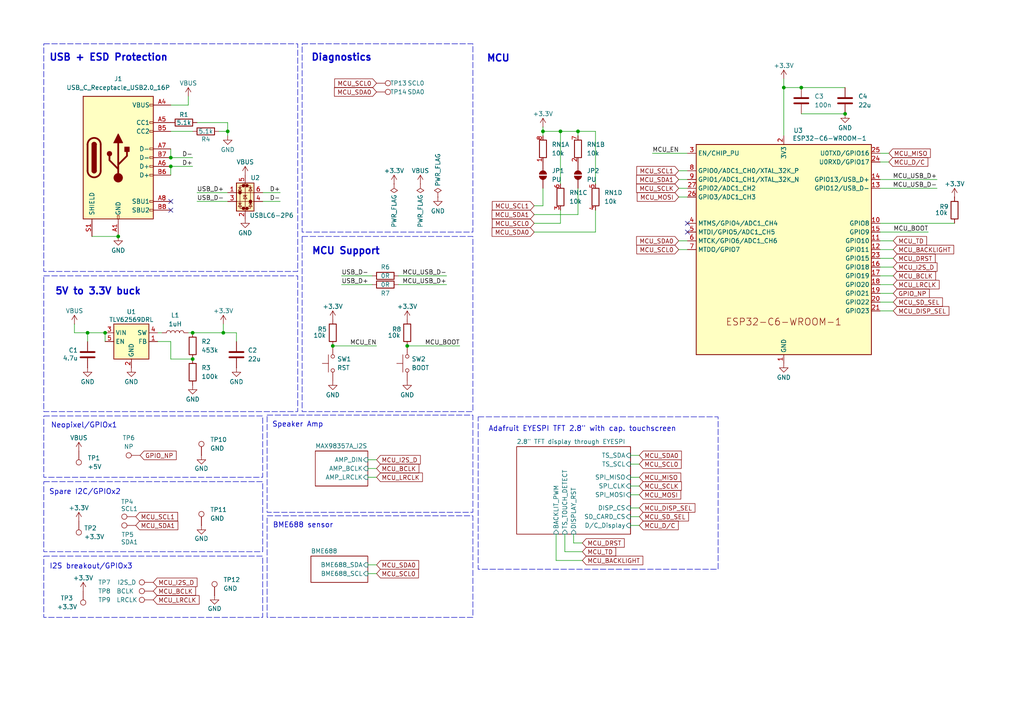
<source format=kicad_sch>
(kicad_sch (version 20231120) (generator "eeschema") (generator_version "8.0")
  (paper "A4")
  (lib_symbols
    (symbol "Connector:TestPoint" (pin_numbers hide) (pin_names (offset 0.762) hide)
      (property "Reference" "TP" (at 0 6.858 0))
      (property "Value" "TestPoint" (at 0 5.08 0))
      (symbol "TestPoint_0_1"
        (circle (center 0 3.302) (radius 0.762))
      )
      (symbol "TestPoint_1_1"
        (pin passive line (at 0 0 90) (length 2.54) (name "1") (number "1"))
      )
    )
    (symbol "Connector:USB_C_Receptacle_USB2.0_16P" (pin_names (offset 1.016))
      (property "Reference" "J" (at 0 22.225 0))
      (property "Value" "USB_C_Receptacle_USB2.0_16P" (at 0 19.685 0))
      (symbol "USB_C_Receptacle_USB2.0_16P_0_0"
        (rectangle (start -0.254 -17.78) (end 0.254 -16.764))
        (rectangle (start 10.16 -14.986) (end 9.144 -15.494))
        (rectangle (start 10.16 -12.446) (end 9.144 -12.954))
        (rectangle (start 10.16 -4.826) (end 9.144 -5.334))
        (rectangle (start 10.16 -2.286) (end 9.144 -2.794))
        (rectangle (start 10.16 0.254) (end 9.144 -0.254))
        (rectangle (start 10.16 2.794) (end 9.144 2.286))
        (rectangle (start 10.16 7.874) (end 9.144 7.366))
        (rectangle (start 10.16 10.414) (end 9.144 9.906))
        (rectangle (start 10.16 15.494) (end 9.144 14.986))
      )
      (symbol "USB_C_Receptacle_USB2.0_16P_0_1"
        (rectangle (start -10.16 17.78) (end 10.16 -17.78) (stroke (width 0.254)) (fill (type background)))
        (arc (start -8.89 -3.81) (mid -6.985 -5.7067) (end -5.08 -3.81) (stroke (width 0.508)))
        (arc (start -7.62 -3.81) (mid -6.985 -4.4423) (end -6.35 -3.81) (stroke (width 0.254)))
        (arc (start -7.62 -3.81) (mid -6.985 -4.4423) (end -6.35 -3.81) (stroke (width 0.254)) (fill (type outline)))
        (rectangle (start -7.62 -3.81) (end -6.35 3.81) (stroke (width 0.254)) (fill (type outline)))
        (arc (start -6.35 3.81) (mid -6.985 4.4423) (end -7.62 3.81) (stroke (width 0.254)))
        (arc (start -6.35 3.81) (mid -6.985 4.4423) (end -7.62 3.81) (stroke (width 0.254)) (fill (type outline)))
        (arc (start -5.08 3.81) (mid -6.985 5.7067) (end -8.89 3.81) (stroke (width 0.508)))
        (circle (center -2.54 1.143) (radius 0.635) (stroke (width 0.254)) (fill (type outline)))
        (circle (center 0 -5.842) (radius 1.27) (fill (type outline)))
        (polyline (pts (xy -8.89 -3.81) (xy -8.89 3.81)) (stroke (width 0.508)))
        (polyline (pts (xy -5.08 3.81) (xy -5.08 -3.81)) (stroke (width 0.508)))
        (polyline (pts (xy 0 -5.842) (xy 0 4.318)) (stroke (width 0.508)))
        (polyline (pts (xy 0 -3.302) (xy -2.54 -0.762) (xy -2.54 0.508)) (stroke (width 0.508)))
        (polyline (pts (xy 0 -2.032) (xy 2.54 0.508) (xy 2.54 1.778)) (stroke (width 0.508)))
        (polyline (pts (xy -1.27 4.318) (xy 0 6.858) (xy 1.27 4.318) (xy -1.27 4.318)) (stroke (width 0.254)) (fill (type outline)))
        (rectangle (start 1.905 1.778) (end 3.175 3.048) (stroke (width 0.254)) (fill (type outline)))
      )
      (symbol "USB_C_Receptacle_USB2.0_16P_1_1"
        (pin passive line (at 0 -22.86 90) (length 5.08) (name "GND") (number "A1"))
        (pin passive line (at 0 -22.86 90) (length 5.08) hide (name "GND") (number "A12"))
        (pin passive line (at 15.24 15.24 180) (length 5.08) (name "VBUS") (number "A4"))
        (pin bidirectional line (at 15.24 10.16 180) (length 5.08) (name "CC1") (number "A5"))
        (pin bidirectional line (at 15.24 -2.54 180) (length 5.08) (name "D+") (number "A6"))
        (pin bidirectional line (at 15.24 2.54 180) (length 5.08) (name "D-") (number "A7"))
        (pin bidirectional line (at 15.24 -12.7 180) (length 5.08) (name "SBU1") (number "A8"))
        (pin passive line (at 15.24 15.24 180) (length 5.08) hide (name "VBUS") (number "A9"))
        (pin passive line (at 0 -22.86 90) (length 5.08) hide (name "GND") (number "B1"))
        (pin passive line (at 0 -22.86 90) (length 5.08) hide (name "GND") (number "B12"))
        (pin passive line (at 15.24 15.24 180) (length 5.08) hide (name "VBUS") (number "B4"))
        (pin bidirectional line (at 15.24 7.62 180) (length 5.08) (name "CC2") (number "B5"))
        (pin bidirectional line (at 15.24 -5.08 180) (length 5.08) (name "D+") (number "B6"))
        (pin bidirectional line (at 15.24 0 180) (length 5.08) (name "D-") (number "B7"))
        (pin bidirectional line (at 15.24 -15.24 180) (length 5.08) (name "SBU2") (number "B8"))
        (pin passive line (at 15.24 15.24 180) (length 5.08) hide (name "VBUS") (number "B9"))
        (pin passive line (at -7.62 -22.86 90) (length 5.08) (name "SHIELD") (number "S1"))
      )
    )
    (symbol "Device:C" (pin_numbers hide) (pin_names (offset 0.254))
      (property "Reference" "C" (at 0.635 2.54 0))
      (property "Value" "C" (at 0.635 -2.54 0))
      (symbol "C_0_1"
        (polyline (pts (xy -2.032 -0.762) (xy 2.032 -0.762)) (stroke (width 0.508)))
        (polyline (pts (xy -2.032 0.762) (xy 2.032 0.762)) (stroke (width 0.508)))
      )
      (symbol "C_1_1"
        (pin passive line (at 0 3.81 270) (length 2.794) (name "~") (number "1"))
        (pin passive line (at 0 -3.81 90) (length 2.794) (name "~") (number "2"))
      )
    )
    (symbol "Device:L" (pin_numbers hide) (pin_names (offset 1.016) hide)
      (property "Reference" "L" (at -1.27 0 90))
      (property "Value" "L" (at 1.905 0 90))
      (symbol "L_0_1"
        (arc (start 0 -2.54) (mid 0.6323 -1.905) (end 0 -1.27))
        (arc (start 0 -1.27) (mid 0.6323 -0.635) (end 0 0))
        (arc (start 0 0) (mid 0.6323 0.635) (end 0 1.27))
        (arc (start 0 1.27) (mid 0.6323 1.905) (end 0 2.54))
      )
      (symbol "L_1_1"
        (pin passive line (at 0 3.81 270) (length 1.27) (name "1") (number "1"))
        (pin passive line (at 0 -3.81 90) (length 1.27) (name "2") (number "2"))
      )
    )
    (symbol "Device:R" (pin_numbers hide) (pin_names (offset 0))
      (property "Reference" "R" (at 2.032 0 90))
      (property "Value" "R" (at 0 0 90))
      (symbol "R_0_1"
        (rectangle (start -1.016 -2.54) (end 1.016 2.54) (stroke (width 0.254)))
      )
      (symbol "R_1_1"
        (pin passive line (at 0 3.81 270) (length 1.27) (name "~") (number "1"))
        (pin passive line (at 0 -3.81 90) (length 1.27) (name "~") (number "2"))
      )
    )
    (symbol "Device:R_Pack04_Split" (pin_names (offset 0) hide)
      (property "Reference" "RN" (at 2.032 0 90))
      (property "Value" "R_Pack04_Split" (at 0 0 90))
      (symbol "R_Pack04_Split_0_1"
        (rectangle (start 1.016 2.54) (end -1.016 -2.54) (stroke (width 0.254)))
      )
      (symbol "R_Pack04_Split_1_1"
        (pin passive line (at 0 -3.81 90) (length 1.27) (name "R1.1") (number "1"))
        (pin passive line (at 0 3.81 270) (length 1.27) (name "R1.2") (number "8"))
      )
      (symbol "R_Pack04_Split_2_1"
        (pin passive line (at 0 -3.81 90) (length 1.27) (name "R2.1") (number "2"))
        (pin passive line (at 0 3.81 270) (length 1.27) (name "R2.2") (number "7"))
      )
      (symbol "R_Pack04_Split_3_1"
        (pin passive line (at 0 -3.81 90) (length 1.27) (name "R3.1") (number "3"))
        (pin passive line (at 0 3.81 270) (length 1.27) (name "R3.2") (number "6"))
      )
      (symbol "R_Pack04_Split_4_1"
        (pin passive line (at 0 -3.81 90) (length 1.27) (name "R4.1") (number "4"))
        (pin passive line (at 0 3.81 270) (length 1.27) (name "R4.2") (number "5"))
      )
    )
    (symbol "Jumper:SolderJumper_2_Open" (pin_numbers hide) (pin_names (offset 0) hide) (exclude_from_sim yes) (in_bom no)
      (property "Reference" "JP" (at 0 2.032 0))
      (property "Value" "SolderJumper_2_Open" (at 0 -2.54 0))
      (symbol "SolderJumper_2_Open_0_1"
        (arc (start -0.254 1.016) (mid -1.2656 0) (end -0.254 -1.016))
        (arc (start -0.254 1.016) (mid -1.2656 0) (end -0.254 -1.016) (fill (type outline)))
        (polyline (pts (xy -0.254 1.016) (xy -0.254 -1.016)))
        (polyline (pts (xy 0.254 1.016) (xy 0.254 -1.016)))
        (arc (start 0.254 -1.016) (mid 1.2656 0) (end 0.254 1.016))
        (arc (start 0.254 -1.016) (mid 1.2656 0) (end 0.254 1.016) (fill (type outline)))
      )
      (symbol "SolderJumper_2_Open_1_1"
        (pin passive line (at -3.81 0 0) (length 2.54) (name "A") (number "1"))
        (pin passive line (at 3.81 0 180) (length 2.54) (name "B") (number "2"))
      )
    )
    (symbol "PCM_Espressif:ESP32-C6-WROOM-1"
      (property "Reference" "U" (at -25.4 35.56 0))
      (property "Value" "ESP32-C6-WROOM-1" (at -25.4 33.02 0))
      (symbol "ESP32-C6-WROOM-1_0_0"
        (text "ESP32-C6-WROOM-1" (at 0 -20.955 0) (effects (font (size 2 2))))
      )
      (symbol "ESP32-C6-WROOM-1_0_1"
        (rectangle (start -25.4 30.48) (end 25.4 -30.48) (stroke (width 0.254)) (fill (type background)))
      )
      (symbol "ESP32-C6-WROOM-1_1_1"
        (pin power_in line (at 0 -33.02 90) (length 2.54) (name "GND") (number "1"))
        (pin bidirectional line (at 27.94 7.62 180) (length 2.54) (name "GPIO8") (number "10"))
        (pin bidirectional line (at 27.94 2.54 180) (length 2.54) (name "GPIO10") (number "11"))
        (pin bidirectional line (at 27.94 0 180) (length 2.54) (name "GPIO11") (number "12"))
        (pin bidirectional line (at 27.94 17.78 180) (length 2.54) (name "GPIO12/USB_D-") (number "13"))
        (pin bidirectional line (at 27.94 20.32 180) (length 2.54) (name "GPIO13/USB_D+") (number "14"))
        (pin bidirectional line (at 27.94 5.08 180) (length 2.54) (name "GPIO9") (number "15"))
        (pin bidirectional line (at 27.94 -5.08 180) (length 2.54) (name "GPIO18") (number "16"))
        (pin bidirectional line (at 27.94 -7.62 180) (length 2.54) (name "GPIO19") (number "17"))
        (pin bidirectional line (at 27.94 -10.16 180) (length 2.54) (name "GPIO20") (number "18"))
        (pin bidirectional line (at 27.94 -12.7 180) (length 2.54) (name "GPIO21") (number "19"))
        (pin power_in line (at 0 33.02 270) (length 2.54) (name "3V3") (number "2"))
        (pin bidirectional line (at 27.94 -15.24 180) (length 2.54) (name "GPIO22") (number "20"))
        (pin bidirectional line (at 27.94 -17.78 180) (length 2.54) (name "GPIO23") (number "21"))
        (pin no_connect line (at -25.4 -12.7 0) (length 2.54) hide (name "NC") (number "22"))
        (pin bidirectional line (at 27.94 -2.54 180) (length 2.54) (name "GPIO15") (number "23"))
        (pin bidirectional line (at 27.94 25.4 180) (length 2.54) (name "U0RXD/GPIO17") (number "24"))
        (pin bidirectional line (at 27.94 27.94 180) (length 2.54) (name "U0TXD/GPIO16") (number "25"))
        (pin bidirectional line (at -27.94 15.24 0) (length 2.54) (name "GPIO3/ADC1_CH3") (number "26"))
        (pin bidirectional line (at -27.94 17.78 0) (length 2.54) (name "GPIO2/ADC1_CH2") (number "27"))
        (pin passive line (at 0 -33.02 90) (length 2.54) hide (name "GND") (number "28"))
        (pin passive line (at 0 -33.02 90) (length 2.54) hide (name "GND") (number "29"))
        (pin input line (at -27.94 27.94 0) (length 2.54) (name "EN/CHIP_PU") (number "3"))
        (pin bidirectional line (at -27.94 7.62 0) (length 2.54) (name "MTMS/GPIO4/ADC1_CH4") (number "4"))
        (pin bidirectional line (at -27.94 5.08 0) (length 2.54) (name "MTDI/GPIO5/ADC1_CH5") (number "5"))
        (pin bidirectional line (at -27.94 2.54 0) (length 2.54) (name "MTCK/GPIO6/ADC1_CH6") (number "6"))
        (pin bidirectional line (at -27.94 0 0) (length 2.54) (name "MTDO/GPIO7") (number "7"))
        (pin bidirectional line (at -27.94 22.86 0) (length 2.54) (name "GPIO0/ADC1_CH0/XTAL_32K_P") (number "8"))
        (pin bidirectional line (at -27.94 20.32 0) (length 2.54) (name "GPIO1/ADC1_CH1/XTAL_32K_N") (number "9"))
      )
    )
    (symbol "Power_Protection:USBLC6-2P6" (pin_names hide)
      (property "Reference" "U" (at 0.635 5.715 0))
      (property "Value" "USBLC6-2P6" (at 0.635 3.81 0))
      (symbol "USBLC6-2P6_0_0"
        (circle (center -1.524 0) (radius 0.0001) (stroke (width 0.508)))
        (circle (center -0.508 -4.572) (radius 0.0001) (stroke (width 0.508)))
        (circle (center -0.508 2.032) (radius 0.0001) (stroke (width 0.508)))
        (circle (center 0.508 -4.572) (radius 0.0001) (stroke (width 0.508)))
        (circle (center 0.508 2.032) (radius 0.0001) (stroke (width 0.508)))
        (circle (center 1.524 -2.54) (radius 0.0001) (stroke (width 0.508)))
      )
      (symbol "USBLC6-2P6_0_1"
        (polyline (pts (xy -2.54 -2.54) (xy 2.54 -2.54)))
        (polyline (pts (xy -2.54 0) (xy 2.54 0)))
        (polyline (pts (xy -2.032 -3.048) (xy -1.016 -3.048)))
        (polyline (pts (xy -1.016 1.524) (xy -2.032 1.524)))
        (polyline (pts (xy 1.016 -3.048) (xy 2.032 -3.048)))
        (polyline (pts (xy 1.016 1.524) (xy 2.032 1.524)))
        (polyline (pts (xy -0.508 -1.143) (xy -0.508 -0.762) (xy 0.508 -0.762)))
        (polyline (pts (xy -2.032 0.508) (xy -1.016 0.508) (xy -1.524 1.524) (xy -2.032 0.508)))
        (polyline (pts (xy -1.016 -4.064) (xy -2.032 -4.064) (xy -1.524 -3.048) (xy -1.016 -4.064)))
        (polyline (pts (xy 0.508 -1.778) (xy -0.508 -1.778) (xy 0 -0.762) (xy 0.508 -1.778)))
        (polyline (pts (xy 2.032 -4.064) (xy 1.016 -4.064) (xy 1.524 -3.048) (xy 2.032 -4.064)))
        (polyline (pts (xy 2.032 0.508) (xy 1.016 0.508) (xy 1.524 1.524) (xy 2.032 0.508)))
        (polyline (pts (xy 0 2.54) (xy -0.508 2.032) (xy 0.508 2.032) (xy 0 1.524) (xy 0 -4.064) (xy -0.508 -4.572) (xy 0.508 -4.572) (xy 0 -5.08)))
      )
      (symbol "USBLC6-2P6_1_1"
        (rectangle (start -2.54 2.794) (end 2.54 -5.334) (stroke (width 0.254)) (fill (type background)))
        (polyline (pts (xy -0.508 2.032) (xy -1.524 2.032) (xy -1.524 -4.572) (xy -0.508 -4.572)))
        (polyline (pts (xy 0.508 -4.572) (xy 1.524 -4.572) (xy 1.524 2.032) (xy 0.508 2.032)))
        (pin passive line (at -5.08 0 0) (length 2.54) (name "I/O1") (number "1"))
        (pin passive line (at 0 -7.62 90) (length 2.54) (name "GND") (number "2"))
        (pin passive line (at -5.08 -2.54 0) (length 2.54) (name "I/O2") (number "3"))
        (pin passive line (at 5.08 -2.54 180) (length 2.54) (name "I/O2") (number "4"))
        (pin passive line (at 0 5.08 270) (length 2.54) (name "VBUS") (number "5"))
        (pin passive line (at 5.08 0 180) (length 2.54) (name "I/O1") (number "6"))
      )
    )
    (symbol "Regulator_Switching:TLV62569DRL"
      (property "Reference" "U" (at -5.08 6.35 0))
      (property "Value" "TLV62569DRL" (at 0 6.35 0))
      (symbol "TLV62569DRL_0_1"
        (rectangle (start -5.08 5.08) (end 5.08 -5.08) (stroke (width 0.254)) (fill (type background)))
      )
      (symbol "TLV62569DRL_1_1"
        (pin input line (at 7.62 0 180) (length 2.54) (name "FB") (number "1"))
        (pin power_in line (at 0 -7.62 90) (length 2.54) (name "GND") (number "2"))
        (pin power_in line (at -7.62 2.54 0) (length 2.54) (name "VIN") (number "3"))
        (pin power_out line (at 7.62 2.54 180) (length 2.54) (name "SW") (number "4"))
        (pin input line (at -7.62 0 0) (length 2.54) (name "EN") (number "5"))
        (pin no_connect line (at 5.08 -2.54 180) (length 2.54) hide (name "NC") (number "6"))
      )
    )
    (symbol "Switch:SW_Push" (pin_numbers hide) (pin_names (offset 1.016) hide)
      (property "Reference" "SW" (at 1.27 2.54 0))
      (property "Value" "SW_Push" (at 0 -1.524 0))
      (symbol "SW_Push_0_1"
        (circle (center -2.032 0) (radius 0.508))
        (polyline (pts (xy 0 1.27) (xy 0 3.048)))
        (polyline (pts (xy 2.54 1.27) (xy -2.54 1.27)))
        (circle (center 2.032 0) (radius 0.508))
        (pin passive line (at -5.08 0 0) (length 2.54) (name "1") (number "1"))
        (pin passive line (at 5.08 0 180) (length 2.54) (name "2") (number "2"))
      )
    )
    (symbol "power:+3.3V" (power) (pin_numbers hide) (pin_names (offset 0) hide)
      (property "Value" "+3.3V" (at 0 3.556 0))
      (symbol "+3.3V_0_1"
        (polyline (pts (xy -0.762 1.27) (xy 0 2.54)))
        (polyline (pts (xy 0 0) (xy 0 2.54)))
        (polyline (pts (xy 0 2.54) (xy 0.762 1.27)))
      )
      (symbol "+3.3V_1_1"
        (pin power_in line (at 0 0 90) (length 0) (name "~") (number "1"))
      )
    )
    (symbol "power:GND" (power) (pin_numbers hide) (pin_names (offset 0) hide)
      (property "Value" "GND" (at 0 -3.81 0))
      (symbol "GND_0_1"
        (polyline (pts (xy 0 0) (xy 0 -1.27) (xy 1.27 -1.27) (xy 0 -2.54) (xy -1.27 -1.27) (xy 0 -1.27)))
      )
      (symbol "GND_1_1"
        (pin power_in line (at 0 0 270) (length 0) (name "~") (number "1"))
      )
    )
    (symbol "power:PWR_FLAG" (power) (pin_numbers hide) (pin_names (offset 0) hide)
      (property "Value" "PWR_FLAG" (at 0 3.81 0))
      (symbol "PWR_FLAG_0_0"
        (pin power_out line (at 0 0 90) (length 0) (name "~") (number "1"))
      )
      (symbol "PWR_FLAG_0_1"
        (polyline (pts (xy 0 0) (xy 0 1.27) (xy -1.016 1.905) (xy 0 2.54) (xy 1.016 1.905) (xy 0 1.27)))
      )
    )
    (symbol "power:VBUS" (power) (pin_numbers hide) (pin_names (offset 0) hide)
      (property "Value" "VBUS" (at 0 3.556 0))
      (symbol "VBUS_0_1"
        (polyline (pts (xy -0.762 1.27) (xy 0 2.54)))
        (polyline (pts (xy 0 0) (xy 0 2.54)))
        (polyline (pts (xy 0 2.54) (xy 0.762 1.27)))
      )
      (symbol "VBUS_1_1"
        (pin power_in line (at 0 0 90) (length 0) (name "~") (number "1"))
      )
    )
  )
  (junction (at 49.53 48.26))
  (junction (at 30.48 96.52))
  (junction (at 167.64 38.1))
  (junction (at 245.11 33.02))
  (junction (at 55.88 96.52))
  (junction (at 64.77 96.52))
  (junction (at 55.88 104.14))
  (junction (at 34.29 68.58))
  (junction (at 227.33 25.4))
  (junction (at 232.41 25.4))
  (junction (at 118.11 100.33))
  (junction (at 49.53 45.72))
  (junction (at 96.52 100.33))
  (junction (at 25.4 96.52))
  (junction (at 66.04 38.1))
  (junction (at 162.56 38.1))
  (junction (at 157.48 38.1))
  (no_connect (at 199.39 64.77))
  (no_connect (at 199.39 67.31))
  (no_connect (at 49.53 60.96))
  (no_connect (at 49.53 58.42))
  (wire (pts (xy 232.41 33.02) (xy 245.11 33.02)))
  (wire (pts (xy 182.88 147.32) (xy 185.42 147.32)))
  (wire (pts (xy 196.85 72.39) (xy 199.39 72.39)))
  (wire (pts (xy 26.67 68.58) (xy 34.29 68.58)))
  (wire (pts (xy 255.27 72.39) (xy 259.08 72.39)))
  (wire (pts (xy 157.48 38.1) (xy 157.48 39.37)))
  (wire (pts (xy 172.72 67.31) (xy 172.72 60.96)))
  (wire (pts (xy 255.27 52.07) (xy 271.78 52.07)))
  (wire (pts (xy 182.88 132.08) (xy 185.42 132.08)))
  (wire (pts (xy 167.64 54.61) (xy 167.64 62.23)))
  (wire (pts (xy 64.77 93.98) (xy 64.77 96.52)))
  (wire (pts (xy 154.94 59.69) (xy 157.48 59.69)))
  (wire (pts (xy 63.5 38.1) (xy 66.04 38.1)))
  (wire (pts (xy 255.27 80.01) (xy 259.08 80.01)))
  (wire (pts (xy 21.59 93.98) (xy 21.59 96.52)))
  (wire (pts (xy 115.57 82.55) (xy 129.54 82.55)))
  (wire (pts (xy 154.94 64.77) (xy 162.56 64.77)))
  (wire (pts (xy 166.37 157.48) (xy 166.37 154.94)))
  (wire (pts (xy 172.72 38.1) (xy 167.64 38.1)))
  (wire (pts (xy 45.72 96.52) (xy 46.99 96.52)))
  (wire (pts (xy 255.27 67.31) (xy 269.24 67.31)))
  (wire (pts (xy 227.33 25.4) (xy 232.41 25.4)))
  (wire (pts (xy 109.22 100.33) (xy 96.52 100.33)))
  (wire (pts (xy 54.61 30.48) (xy 54.61 27.94)))
  (wire (pts (xy 255.27 85.09) (xy 259.08 85.09)))
  (wire (pts (xy 30.48 99.06) (xy 30.48 96.52)))
  (wire (pts (xy 66.04 38.1) (xy 66.04 39.37)))
  (wire (pts (xy 182.88 143.51) (xy 185.42 143.51)))
  (wire (pts (xy 49.53 104.14) (xy 49.53 99.06)))
  (wire (pts (xy 49.53 43.18) (xy 49.53 45.72)))
  (wire (pts (xy 167.64 38.1) (xy 167.64 39.37)))
  (wire (pts (xy 182.88 134.62) (xy 185.42 134.62)))
  (wire (pts (xy 168.91 160.02) (xy 163.83 160.02)))
  (wire (pts (xy 49.53 45.72) (xy 55.88 45.72)))
  (wire (pts (xy 64.77 96.52) (xy 68.58 96.52)))
  (wire (pts (xy 182.88 152.4) (xy 185.42 152.4)))
  (wire (pts (xy 157.48 38.1) (xy 157.48 36.83)))
  (wire (pts (xy 196.85 54.61) (xy 199.39 54.61)))
  (wire (pts (xy 25.4 99.06) (xy 25.4 96.52)))
  (wire (pts (xy 99.06 82.55) (xy 107.95 82.55)))
  (wire (pts (xy 157.48 38.1) (xy 162.56 38.1)))
  (wire (pts (xy 255.27 90.17) (xy 259.08 90.17)))
  (wire (pts (xy 118.11 100.33) (xy 133.35 100.33)))
  (wire (pts (xy 157.48 54.61) (xy 157.48 59.69)))
  (wire (pts (xy 255.27 77.47) (xy 259.08 77.47)))
  (wire (pts (xy 161.29 162.56) (xy 161.29 154.94)))
  (wire (pts (xy 255.27 54.61) (xy 271.78 54.61)))
  (wire (pts (xy 68.58 99.06) (xy 68.58 96.52)))
  (wire (pts (xy 255.27 87.63) (xy 259.08 87.63)))
  (wire (pts (xy 49.53 48.26) (xy 55.88 48.26)))
  (wire (pts (xy 196.85 52.07) (xy 199.39 52.07)))
  (wire (pts (xy 106.68 166.37) (xy 109.22 166.37)))
  (wire (pts (xy 255.27 64.77) (xy 276.86 64.77)))
  (wire (pts (xy 55.88 104.14) (xy 49.53 104.14)))
  (wire (pts (xy 172.72 38.1) (xy 172.72 53.34)))
  (wire (pts (xy 66.04 35.56) (xy 66.04 38.1)))
  (wire (pts (xy 196.85 49.53) (xy 199.39 49.53)))
  (wire (pts (xy 182.88 138.43) (xy 185.42 138.43)))
  (wire (pts (xy 57.15 35.56) (xy 66.04 35.56)))
  (wire (pts (xy 57.15 58.42) (xy 66.04 58.42)))
  (wire (pts (xy 76.2 55.88) (xy 81.28 55.88)))
  (wire (pts (xy 49.53 48.26) (xy 49.53 50.8)))
  (wire (pts (xy 168.91 157.48) (xy 166.37 157.48)))
  (wire (pts (xy 255.27 46.99) (xy 257.81 46.99)))
  (wire (pts (xy 106.68 135.89) (xy 109.22 135.89)))
  (wire (pts (xy 106.68 138.43) (xy 109.22 138.43)))
  (wire (pts (xy 255.27 44.45) (xy 257.81 44.45)))
  (wire (pts (xy 76.2 58.42) (xy 81.28 58.42)))
  (wire (pts (xy 255.27 74.93) (xy 259.08 74.93)))
  (wire (pts (xy 196.85 69.85) (xy 199.39 69.85)))
  (wire (pts (xy 106.68 133.35) (xy 109.22 133.35)))
  (wire (pts (xy 49.53 99.06) (xy 45.72 99.06)))
  (wire (pts (xy 182.88 140.97) (xy 185.42 140.97)))
  (wire (pts (xy 232.41 25.4) (xy 245.11 25.4)))
  (wire (pts (xy 115.57 80.01) (xy 129.54 80.01)))
  (wire (pts (xy 189.23 44.45) (xy 199.39 44.45)))
  (wire (pts (xy 99.06 80.01) (xy 107.95 80.01)))
  (wire (pts (xy 163.83 160.02) (xy 163.83 154.94)))
  (wire (pts (xy 54.61 96.52) (xy 55.88 96.52)))
  (wire (pts (xy 49.53 30.48) (xy 54.61 30.48)))
  (wire (pts (xy 162.56 64.77) (xy 162.56 60.96)))
  (wire (pts (xy 168.91 162.56) (xy 161.29 162.56)))
  (wire (pts (xy 162.56 38.1) (xy 167.64 38.1)))
  (wire (pts (xy 227.33 22.86) (xy 227.33 25.4)))
  (wire (pts (xy 255.27 69.85) (xy 259.08 69.85)))
  (wire (pts (xy 106.68 163.83) (xy 109.22 163.83)))
  (wire (pts (xy 255.27 82.55) (xy 259.08 82.55)))
  (wire (pts (xy 162.56 38.1) (xy 162.56 53.34)))
  (wire (pts (xy 227.33 25.4) (xy 227.33 39.37)))
  (wire (pts (xy 57.15 55.88) (xy 66.04 55.88)))
  (wire (pts (xy 182.88 149.86) (xy 185.42 149.86)))
  (wire (pts (xy 154.94 62.23) (xy 167.64 62.23)))
  (wire (pts (xy 21.59 96.52) (xy 25.4 96.52)))
  (wire (pts (xy 49.53 38.1) (xy 55.88 38.1)))
  (wire (pts (xy 196.85 57.15) (xy 199.39 57.15)))
  (wire (pts (xy 64.77 96.52) (xy 55.88 96.52)))
  (wire (pts (xy 154.94 67.31) (xy 172.72 67.31)))
  (wire (pts (xy 25.4 96.52) (xy 30.48 96.52)))
  (rectangle (start 77.47 149.606) (end 137.16 179.07) (stroke (width 0) (type dash)))
  (rectangle (start 12.7 120.65) (end 76.2 138.43) (stroke (width 0) (type dash)))
  (rectangle (start 12.7 139.7) (end 76.2 160.02) (stroke (width 0) (type dash)))
  (rectangle (start 87.63 12.7) (end 137.16 67.31) (stroke (width 0) (type dash)))
  (rectangle (start 87.63 68.58) (end 137.16 119.38) (stroke (width 0) (type dash)))
  (rectangle (start 12.7 12.7) (end 86.36 78.74) (stroke (width 0) (type dash)))
  (rectangle (start 77.47 120.396) (end 137.16 148.59) (stroke (width 0) (type dash)))
  (rectangle (start 12.7 161.29) (end 76.2 179.07) (stroke (width 0) (type dash)))
  (rectangle (start 12.7 80.01) (end 86.36 119.38) (stroke (width 0) (type dash)))
  (rectangle (start 138.684 120.904) (end 208.28 165.1) (stroke (width 0) (type dash)))
  (text "5V to 3.3V buck\n" (at 28.448 84.582 0) (effects (font (size 2 2) (thickness 0.4) (bold yes))))
  (text "Adafruit EYESPI TFT 2.8\" with cap. touchscreen" (at 168.91 124.46 0) (effects (font (size 1.5 1.5) (thickness 0.1875))))
  (text "MCU Support\n" (at 100.33 72.898 0) (effects (font (size 2 2) (thickness 0.4) (bold yes))))
  (text "MCU" (at 144.526 17.018 0) (effects (font (size 2 2) (thickness 0.4) (bold yes))))
  (text "BME688 sensor\n" (at 87.884 152.4 0) (effects (font (size 1.5 1.5) (thickness 0.1875))))
  (text "Neopixel/GPIOx1" (at 24.384 123.444 0) (effects (font (size 1.5 1.5) (thickness 0.1875))))
  (text "USB + ESD Protection\n" (at 31.496 16.764 0) (effects (font (size 2 2) (thickness 0.4) (bold yes))))
  (text "Speaker Amp\n" (at 86.36 123.19 0) (effects (font (size 1.5 1.5) (thickness 0.1875))))
  (text "Spare I2C/GPIOx2\n" (at 24.638 142.748 0) (effects (font (size 1.5 1.5) (thickness 0.1875))))
  (text "I2S breakout/GPIOx3\n" (at 26.416 164.338 0) (effects (font (size 1.5 1.5) (thickness 0.1875))))
  (text "Diagnostics\n" (at 99.06 16.764 0) (effects (font (size 2 2) (thickness 0.4) (bold yes))))
  (label "D+" (at 81.28 55.88 180))
  (label "MCU_BOOT" (at 133.35 100.33 180))
  (label "USB_D+" (at 99.06 82.55 0))
  (label "USB_D+" (at 57.15 55.88 0))
  (label "MCU_EN" (at 109.22 100.33 180))
  (label "MCU_BOOT" (at 269.24 67.31 180))
  (label "MCU_USB_D-" (at 129.54 80.01 180))
  (label "D-" (at 81.28 58.42 180))
  (label "MCU_USB_D+" (at 129.54 82.55 180))
  (label "USB_D-" (at 57.15 58.42 0))
  (label "MCU_USB_D+" (at 271.78 52.07 180))
  (label "D+" (at 55.88 48.26 180))
  (label "USB_D-" (at 99.06 80.01 0))
  (label "MCU_USB_D-" (at 271.78 54.61 180))
  (label "D-" (at 55.88 45.72 180))
  (label "MCU_EN" (at 189.23 44.45 0))
  (global_label "MCU_DISP_SEL" (shape input) (at 259.08 90.17 0) (property "Intersheetrefs" "${INTERSHEET_REFS}" (effects (hide yes))))
  (global_label "MCU_BACKLIGHT" (shape input) (at 168.91 162.56 0) (property "Intersheetrefs" "${INTERSHEET_REFS}" (effects (hide yes))))
  (global_label "MCU_SD_SEL" (shape input) (at 185.42 149.86 0) (property "Intersheetrefs" "${INTERSHEET_REFS}" (effects (hide yes))))
  (global_label "MCU_SCL1" (shape input) (at 196.85 49.53 180) (property "Intersheetrefs" "${INTERSHEET_REFS}" (effects (hide yes))))
  (global_label "MCU_SCL0" (shape input) (at 185.42 134.62 0) (property "Intersheetrefs" "${INTERSHEET_REFS}" (effects (hide yes))))
  (global_label "MCU_LRCLK" (shape input) (at 259.08 82.55 0) (property "Intersheetrefs" "${INTERSHEET_REFS}" (effects (hide yes))))
  (global_label "MCU_BACKLIGHT" (shape input) (at 259.08 72.39 0) (property "Intersheetrefs" "${INTERSHEET_REFS}" (effects (hide yes))))
  (global_label "MCU_SCL0" (shape input) (at 109.22 166.37 0) (property "Intersheetrefs" "${INTERSHEET_REFS}" (effects (hide yes))))
  (global_label "MCU_I2S_D" (shape input) (at 259.08 77.47 0) (property "Intersheetrefs" "${INTERSHEET_REFS}" (effects (hide yes))))
  (global_label "MCU_SCL1" (shape input) (at 39.37 149.86 0) (property "Intersheetrefs" "${INTERSHEET_REFS}" (effects (hide yes))))
  (global_label "MCU_SCL0" (shape input) (at 196.85 72.39 180) (property "Intersheetrefs" "${INTERSHEET_REFS}" (effects (hide yes))))
  (global_label "MCU_DRST" (shape input) (at 259.08 74.93 0) (property "Intersheetrefs" "${INTERSHEET_REFS}" (effects (hide yes))))
  (global_label "MCU_LRCLK" (shape input) (at 109.22 138.43 0) (property "Intersheetrefs" "${INTERSHEET_REFS}" (effects (hide yes))))
  (global_label "MCU_TD" (shape input) (at 259.08 69.85 0) (property "Intersheetrefs" "${INTERSHEET_REFS}" (effects (hide yes))))
  (global_label "MCU_MISO" (shape input) (at 257.81 44.45 0) (property "Intersheetrefs" "${INTERSHEET_REFS}" (effects (hide yes))))
  (global_label "MCU_SDA0" (shape input) (at 109.22 26.67 180) (property "Intersheetrefs" "${INTERSHEET_REFS}" (effects (hide yes))))
  (global_label "MCU_SDA0" (shape input) (at 196.85 69.85 180) (property "Intersheetrefs" "${INTERSHEET_REFS}" (effects (hide yes))))
  (global_label "MCU_SCL0" (shape input) (at 109.22 24.13 180) (property "Intersheetrefs" "${INTERSHEET_REFS}" (effects (hide yes))))
  (global_label "MCU_D{slash}C" (shape input) (at 185.42 152.4 0) (property "Intersheetrefs" "${INTERSHEET_REFS}" (effects (hide yes))))
  (global_label "MCU_SDA0" (shape input) (at 109.22 163.83 0) (property "Intersheetrefs" "${INTERSHEET_REFS}" (effects (hide yes))))
  (global_label "MCU_DISP_SEL" (shape input) (at 185.42 147.32 0) (property "Intersheetrefs" "${INTERSHEET_REFS}" (effects (hide yes))))
  (global_label "MCU_SCL1" (shape input) (at 154.94 59.69 180) (property "Intersheetrefs" "${INTERSHEET_REFS}" (effects (hide yes))))
  (global_label "MCU_SDA1" (shape input) (at 39.37 152.4 0) (property "Intersheetrefs" "${INTERSHEET_REFS}" (effects (hide yes))))
  (global_label "MCU_DRST" (shape input) (at 168.91 157.48 0) (property "Intersheetrefs" "${INTERSHEET_REFS}" (effects (hide yes))))
  (global_label "MCU_SD_SEL" (shape input) (at 259.08 87.63 0) (property "Intersheetrefs" "${INTERSHEET_REFS}" (effects (hide yes))))
  (global_label "MCU_SCLK" (shape input) (at 196.85 54.61 180) (property "Intersheetrefs" "${INTERSHEET_REFS}" (effects (hide yes))))
  (global_label "MCU_BCLK" (shape input) (at 44.45 171.45 0) (property "Intersheetrefs" "${INTERSHEET_REFS}" (effects (hide yes))))
  (global_label "MCU_BCLK" (shape input) (at 259.08 80.01 0) (property "Intersheetrefs" "${INTERSHEET_REFS}" (effects (hide yes))))
  (global_label "MCU_SDA0" (shape input) (at 154.94 67.31 180) (property "Intersheetrefs" "${INTERSHEET_REFS}" (effects (hide yes))))
  (global_label "MCU_LRCLK" (shape input) (at 44.45 173.99 0) (property "Intersheetrefs" "${INTERSHEET_REFS}" (effects (hide yes))))
  (global_label "GPIO_NP" (shape input) (at 259.08 85.09 0) (property "Intersheetrefs" "${INTERSHEET_REFS}" (effects (hide yes))))
  (global_label "MCU_MOSI" (shape input) (at 196.85 57.15 180) (property "Intersheetrefs" "${INTERSHEET_REFS}" (effects (hide yes))))
  (global_label "MCU_SDA0" (shape input) (at 185.42 132.08 0) (property "Intersheetrefs" "${INTERSHEET_REFS}" (effects (hide yes))))
  (global_label "GPIO_NP" (shape input) (at 40.64 132.08 0) (property "Intersheetrefs" "${INTERSHEET_REFS}" (effects (hide yes))))
  (global_label "MCU_SCL0" (shape input) (at 154.94 64.77 180) (property "Intersheetrefs" "${INTERSHEET_REFS}" (effects (hide yes))))
  (global_label "MCU_I2S_D" (shape input) (at 44.45 168.91 0) (property "Intersheetrefs" "${INTERSHEET_REFS}" (effects (hide yes))))
  (global_label "MCU_BCLK" (shape input) (at 109.22 135.89 0) (property "Intersheetrefs" "${INTERSHEET_REFS}" (effects (hide yes))))
  (global_label "MCU_I2S_D" (shape input) (at 109.22 133.35 0) (property "Intersheetrefs" "${INTERSHEET_REFS}" (effects (hide yes))))
  (global_label "MCU_SDA1" (shape input) (at 154.94 62.23 180) (property "Intersheetrefs" "${INTERSHEET_REFS}" (effects (hide yes))))
  (global_label "MCU_TD" (shape input) (at 168.91 160.02 0) (property "Intersheetrefs" "${INTERSHEET_REFS}" (effects (hide yes))))
  (global_label "MCU_SDA1" (shape input) (at 196.85 52.07 180) (property "Intersheetrefs" "${INTERSHEET_REFS}" (effects (hide yes))))
  (global_label "MCU_MOSI" (shape input) (at 185.42 143.51 0) (property "Intersheetrefs" "${INTERSHEET_REFS}" (effects (hide yes))))
  (global_label "MCU_MISO" (shape input) (at 185.42 138.43 0) (property "Intersheetrefs" "${INTERSHEET_REFS}" (effects (hide yes))))
  (global_label "MCU_D{slash}C" (shape input) (at 257.81 46.99 0) (property "Intersheetrefs" "${INTERSHEET_REFS}" (effects (hide yes))))
  (global_label "MCU_SCLK" (shape input) (at 185.42 140.97 0) (property "Intersheetrefs" "${INTERSHEET_REFS}" (effects (hide yes))))
  (symbol (lib_id "PCM_Espressif:ESP32-C6-WROOM-1") (at 227.33 72.39 0) (unit 1)
    (property "Reference" "U3" (at 230.124 37.846 0) (effects (justify left)))
    (property "Value" "ESP32-C6-WROOM-1" (at 229.87 40.132 0) (effects (justify left)))
    (property "Footprint" "PCM_Espressif:ESP32-C6-WROOM-1" (effects (hide yes)))
    (property "Datasheet" "https://www.espressif.com/sites/default/files/documentation/esp32-c6-wroom-1_wroom-1u_datasheet_en.pdf" (effects (hide yes)))
    (property "Description" "ESP32-C6-WROOM-1/U is a module that supports 2.4 GHz Wi-Fi 6 (802.11 ax), Bluetooth® 5 (LE), Zigbee and Thread (802.15.4)" (effects (hide yes)))
  )
  (symbol (lib_id "Device:R") (at 59.69 38.1 90) (unit 1)
    (property "Reference" "R4" (at 59.69 40.386 90))
    (property "Value" "5.1k" (at 59.69 38.1 90))
    (property "Footprint" "Resistor_SMD:R_0603_1608Metric_Pad0.98x0.95mm_HandSolder" (effects (hide yes)))
    (property "Description" "Resistor" (effects (hide yes)))
  )
  (symbol (lib_id "Switch:SW_Push") (at 96.52 105.41 90) (unit 1)
    (property "Reference" "SW1" (at 97.79 104.1399 90) (effects (justify right)))
    (property "Value" "RST" (at 97.79 106.6799 90) (effects (justify right)))
    (property "Footprint" "Button_Switch_SMD:SW_SPST_B3U-1000P" (effects (hide yes)))
    (property "Description" "Push button switch, generic, two pins" (effects (hide yes)))
  )
  (symbol (lib_id "Regulator_Switching:TLV62569DRL") (at 38.1 99.06 0) (unit 1)
    (property "Reference" "U1" (at 38.1 90.424 0))
    (property "Value" "TLV62569DRL" (at 38.1 92.71 0))
    (property "Footprint" "Package_TO_SOT_SMD:SOT-563" (effects (hide yes)))
    (property "Datasheet" "http://www.ti.com/lit/ds/symlink/tlv62569.pdf" (effects (hide yes)))
    (property "Description" "High Efficiency Synchronous Buck Converter, Adjustable Output 0.6V-5.5V, 2A, SOT-563-6" (effects (hide yes)))
  )
  (symbol (lib_id "power:VBUS") (at 21.59 93.98 0) (unit 1)
    (property "Reference" "#PWR01" (effects (hide yes)))
    (property "Value" "VBUS" (at 21.59 90.17 0))
    (property "Description" "Power symbol creates a global label with name \"VBUS\"" (effects (hide yes)))
  )
  (symbol (lib_id "Connector:TestPoint") (at 24.13 171.45 180) (unit 1)
    (property "Reference" "TP3" (at 17.526 173.482 0) (effects (justify right)))
    (property "Value" "+3.3V" (at 16.51 176.022 0) (effects (justify right)))
    (property "Footprint" "Connector_Wire:SolderWirePad_1x01_SMD_1x2mm" (effects (hide yes)))
    (property "Description" "test point" (effects (hide yes)))
  )
  (symbol (lib_id "power:+3.3V") (at 157.48 36.83 0) (unit 1)
    (property "Reference" "#PWR025" (effects (hide yes)))
    (property "Value" "+3.3V" (at 157.48 33.02 0))
    (property "Description" "Power symbol creates a global label with name \"+3.3V\"" (effects (hide yes)))
  )
  (symbol (lib_id "power:PWR_FLAG") (at 114.3 53.34 180) (unit 1)
    (property "Reference" "#FLG01" (effects (hide yes)))
    (property "Value" "PWR_FLAG" (at 114.3 56.388 90) (effects (justify left)))
    (property "Description" "Special symbol for telling ERC where power comes from" (effects (hide yes)))
  )
  (symbol (lib_id "power:PWR_FLAG") (at 121.92 53.34 180) (unit 1)
    (property "Reference" "#FLG02" (effects (hide yes)))
    (property "Value" "PWR_FLAG" (at 121.92 56.388 90) (effects (justify left)))
    (property "Description" "Special symbol for telling ERC where power comes from" (effects (hide yes)))
  )
  (symbol (lib_id "power:+3.3V") (at 227.33 22.86 0) (unit 1)
    (property "Reference" "#PWR026" (effects (hide yes)))
    (property "Value" "+3.3V" (at 227.33 19.05 0))
    (property "Description" "Power symbol creates a global label with name \"+3.3V\"" (effects (hide yes)))
  )
  (symbol (lib_id "Device:R") (at 53.34 35.56 90) (unit 1)
    (property "Reference" "R1" (at 53.34 33.274 90))
    (property "Value" "5.1k" (at 53.34 35.56 90))
    (property "Footprint" "Resistor_SMD:R_0603_1608Metric_Pad0.98x0.95mm_HandSolder" (effects (hide yes)))
    (property "Description" "Resistor" (effects (hide yes)))
  )
  (symbol (lib_id "Device:R") (at 96.52 96.52 0) (unit 1)
    (property "Reference" "R5" (at 93.472 95.504 0))
    (property "Value" "10k" (at 92.71 97.282 0))
    (property "Footprint" "Resistor_SMD:R_0603_1608Metric_Pad0.98x0.95mm_HandSolder" (effects (hide yes)))
    (property "Description" "Resistor" (effects (hide yes)))
  )
  (symbol (lib_id "power:GND") (at 127 57.15 0) (unit 1)
    (property "Reference" "#PWR024" (effects (hide yes)))
    (property "Value" "GND" (at 127 61.214 0))
    (property "Description" "Power symbol creates a global label with name \"GND\" , ground" (effects (hide yes)))
  )
  (symbol (lib_id "Jumper:SolderJumper_2_Open") (at 167.64 50.8 270) (unit 1) (exclude_from_sim yes) (in_bom no)
    (property "Reference" "JP2" (at 170.18 49.5299 90) (effects (justify left)))
    (property "Value" "PU" (at 170.18 52.0699 90) (effects (justify left)))
    (property "Footprint" "Jumper:SolderJumper-2_P1.3mm_Open_TrianglePad1.0x1.5mm" (effects (hide yes)))
    (property "Description" "Solder Jumper, 2-pole, open" (effects (hide yes)))
  )
  (symbol (lib_id "Device:R") (at 55.88 107.95 0) (unit 1)
    (property "Reference" "R3" (at 58.42 106.6799 0) (effects (justify left)))
    (property "Value" "100k" (at 58.42 109.2199 0) (effects (justify left)))
    (property "Footprint" "Resistor_SMD:R_0603_1608Metric_Pad0.98x0.95mm_HandSolder" (effects (hide yes)))
    (property "Description" "Resistor" (effects (hide yes)))
  )
  (symbol (lib_id "Connector:TestPoint") (at 62.23 172.72 0) (unit 1)
    (property "Reference" "TP12" (at 64.77 168.1479 0) (effects (justify left)))
    (property "Value" "GND" (at 64.77 170.6879 0) (effects (justify left)))
    (property "Footprint" "Connector_Wire:SolderWirePad_1x01_SMD_1x2mm" (effects (hide yes)))
    (property "Description" "test point" (effects (hide yes)))
  )
  (symbol (lib_id "Device:C") (at 68.58 102.87 0) (unit 1)
    (property "Reference" "C2" (at 71.882 101.6 0) (effects (justify left)))
    (property "Value" "22u" (at 71.882 104.14 0) (effects (justify left)))
    (property "Footprint" "Capacitor_SMD:C_0805_2012Metric_Pad1.18x1.45mm_HandSolder" (effects (hide yes)))
    (property "Description" "Unpolarized capacitor" (effects (hide yes)))
  )
  (symbol (lib_id "Connector:TestPoint") (at 22.86 151.13 180) (unit 1)
    (property "Reference" "TP2" (at 24.384 153.162 0) (effects (justify right)))
    (property "Value" "+3.3V" (at 24.384 155.702 0) (effects (justify right)))
    (property "Footprint" "Connector_Wire:SolderWirePad_1x01_SMD_1x2mm" (effects (hide yes)))
    (property "Description" "test point" (effects (hide yes)))
  )
  (symbol (lib_id "power:GND") (at 68.58 106.68 0) (unit 1)
    (property "Reference" "#PWR015" (effects (hide yes)))
    (property "Value" "GND" (at 68.58 110.744 0))
    (property "Description" "Power symbol creates a global label with name \"GND\" , ground" (effects (hide yes)))
  )
  (symbol (lib_id "power:GND") (at 71.12 63.5 0) (unit 1)
    (property "Reference" "#PWR017" (effects (hide yes)))
    (property "Value" "GND" (at 71.12 67.564 0))
    (property "Description" "Power symbol creates a global label with name \"GND\" , ground" (effects (hide yes)))
  )
  (symbol (lib_id "power:GND") (at 245.11 33.02 0) (unit 1)
    (property "Reference" "#PWR028" (effects (hide yes)))
    (property "Value" "GND" (at 245.11 37.084 0))
    (property "Description" "Power symbol creates a global label with name \"GND\" , ground" (effects (hide yes)))
  )
  (symbol (lib_id "Switch:SW_Push") (at 118.11 105.41 90) (unit 1)
    (property "Reference" "SW2" (at 119.38 104.1399 90) (effects (justify right)))
    (property "Value" "BOOT" (at 119.38 106.6799 90) (effects (justify right)))
    (property "Footprint" "Button_Switch_SMD:SW_SPST_B3U-1000P" (effects (hide yes)))
    (property "Description" "Push button switch, generic, two pins" (effects (hide yes)))
  )
  (symbol (lib_id "power:VBUS") (at 71.12 50.8 0) (unit 1)
    (property "Reference" "#PWR016" (effects (hide yes)))
    (property "Value" "VBUS" (at 71.12 46.99 0))
    (property "Description" "Power symbol creates a global label with name \"VBUS\"" (effects (hide yes)))
  )
  (symbol (lib_id "Device:L") (at 50.8 96.52 90) (unit 1)
    (property "Reference" "L1" (at 50.8 91.44 90))
    (property "Value" "1uH" (at 50.8 93.98 90))
    (property "Footprint" "Inductor_SMD:L_Coilcraft_XAL4020-XXX" (effects (hide yes)))
    (property "Description" "Inductor" (effects (hide yes)))
  )
  (symbol (lib_id "Device:R") (at 55.88 100.33 0) (unit 1)
    (property "Reference" "R2" (at 58.42 99.0599 0) (effects (justify left)))
    (property "Value" "453k" (at 58.42 101.5999 0) (effects (justify left)))
    (property "Footprint" "Resistor_SMD:R_0603_1608Metric_Pad0.98x0.95mm_HandSolder" (effects (hide yes)))
    (property "Description" "Resistor" (effects (hide yes)))
  )
  (symbol (lib_id "Device:C") (at 245.11 29.21 0) (unit 1)
    (property "Reference" "C4" (at 248.92 27.9399 0) (effects (justify left)))
    (property "Value" "22u" (at 248.92 30.4799 0) (effects (justify left)))
    (property "Footprint" "Capacitor_SMD:C_0603_1608Metric_Pad1.08x0.95mm_HandSolder" (effects (hide yes)))
    (property "Description" "Unpolarized capacitor" (effects (hide yes)))
  )
  (symbol (lib_id "power:GND") (at 66.04 39.37 0) (unit 1)
    (property "Reference" "#PWR014" (effects (hide yes)))
    (property "Value" "GND" (at 66.04 43.434 0))
    (property "Description" "Power symbol creates a global label with name \"GND\" , ground" (effects (hide yes)))
  )
  (symbol (lib_id "Connector:USB_C_Receptacle_USB2.0_16P") (at 34.29 45.72 0) (unit 1)
    (property "Reference" "J1" (at 34.29 22.86 0))
    (property "Value" "USB_C_Receptacle_USB2.0_16P" (at 34.29 25.4 0))
    (property "Footprint" "Connector_USB:USB_C_Receptacle_GCT_USB4105-xx-A_16P_TopMnt_Horizontal" (effects (hide yes)))
    (property "Datasheet" "https://www.usb.org/sites/default/files/documents/usb_type-c.zip" (effects (hide yes)))
    (property "Description" "USB 2.0-only 16P Type-C Receptacle connector" (effects (hide yes)))
  )
  (symbol (lib_id "Connector:TestPoint") (at 40.64 132.08 90) (unit 1)
    (property "Reference" "TP6" (at 37.338 127 90))
    (property "Value" "NP" (at 37.338 129.54 90))
    (property "Footprint" "Connector_Wire:SolderWirePad_1x01_SMD_1x2mm" (effects (hide yes)))
    (property "Description" "test point" (effects (hide yes)))
  )
  (symbol (lib_id "power:VBUS") (at 121.92 53.34 0) (unit 1)
    (property "Reference" "#PWR023" (effects (hide yes)))
    (property "Value" "VBUS" (at 121.92 49.53 0))
    (property "Description" "Power symbol creates a global label with name \"VBUS\"" (effects (hide yes)))
  )
  (symbol (lib_id "power:VBUS") (at 22.86 130.81 0) (unit 1)
    (property "Reference" "#PWR02" (effects (hide yes)))
    (property "Value" "VBUS" (at 22.86 127 0))
    (property "Description" "Power symbol creates a global label with name \"VBUS\"" (effects (hide yes)))
  )
  (symbol (lib_id "power:GND") (at 58.42 132.08 0) (unit 1)
    (property "Reference" "#PWR010" (effects (hide yes)))
    (property "Value" "GND" (at 58.42 135.89 0))
    (property "Description" "Power symbol creates a global label with name \"GND\" , ground" (effects (hide yes)))
  )
  (symbol (lib_id "power:GND") (at 55.88 111.76 0) (unit 1)
    (property "Reference" "#PWR09" (effects (hide yes)))
    (property "Value" "GND" (at 55.88 115.824 0))
    (property "Description" "Power symbol creates a global label with name \"GND\" , ground" (effects (hide yes)))
  )
  (symbol (lib_id "power:GND") (at 227.33 105.41 0) (unit 1)
    (property "Reference" "#PWR027" (effects (hide yes)))
    (property "Value" "GND" (at 227.33 109.474 0))
    (property "Description" "Power symbol creates a global label with name \"GND\" , ground" (effects (hide yes)))
  )
  (symbol (lib_id "power:VBUS") (at 54.61 27.94 0) (unit 1)
    (property "Reference" "#PWR08" (effects (hide yes)))
    (property "Value" "VBUS" (at 54.61 24.13 0))
    (property "Description" "Power symbol creates a global label with name \"VBUS\"" (effects (hide yes)))
  )
  (symbol (lib_id "Connector:TestPoint") (at 44.45 173.99 90) (unit 1)
    (property "Reference" "TP9" (at 28.448 173.99 90) (effects (justify right)))
    (property "Value" "LRCLK" (at 33.782 173.99 90) (effects (justify right)))
    (property "Footprint" "Connector_Wire:SolderWirePad_1x01_SMD_1x2mm" (effects (hide yes)))
    (property "Description" "test point" (effects (hide yes)))
  )
  (symbol (lib_id "power:GND") (at 25.4 106.68 0) (unit 1)
    (property "Reference" "#PWR05" (effects (hide yes)))
    (property "Value" "GND" (at 25.4 110.744 0))
    (property "Description" "Power symbol creates a global label with name \"GND\" , ground" (effects (hide yes)))
  )
  (symbol (lib_id "power:+3.3V") (at 96.52 92.71 0) (unit 1)
    (property "Reference" "#PWR018" (effects (hide yes)))
    (property "Value" "+3.3V" (at 96.52 88.9 0))
    (property "Description" "Power symbol creates a global label with name \"+3.3V\"" (effects (hide yes)))
  )
  (symbol (lib_id "Power_Protection:USBLC6-2P6") (at 71.12 55.88 0) (unit 1)
    (property "Reference" "U2" (at 72.644 51.562 0) (effects (justify left)))
    (property "Value" "USBLC6-2P6" (at 72.39 62.484 0) (effects (justify left)))
    (property "Footprint" "Package_TO_SOT_SMD:SOT-666" (effects (hide yes)))
    (property "Datasheet" "https://www.st.com/resource/en/datasheet/usblc6-2.pdf" (effects (hide yes)))
    (property "Description" "Very low capacitance ESD protection diode, 2 data-line, SOT-666" (effects (hide yes)))
  )
  (symbol (lib_id "Connector:TestPoint") (at 58.42 152.4 0) (unit 1)
    (property "Reference" "TP11" (at 60.96 147.8279 0) (effects (justify left)))
    (property "Value" "GND" (at 60.96 150.3679 0) (effects (justify left)))
    (property "Footprint" "Connector_Wire:SolderWirePad_1x01_SMD_1x2mm" (effects (hide yes)))
    (property "Description" "test point" (effects (hide yes)))
  )
  (symbol (lib_id "Device:R") (at 276.86 60.96 0) (unit 1)
    (property "Reference" "R9" (at 273.812 59.944 0))
    (property "Value" "10k" (at 273.05 61.722 0))
    (property "Footprint" "Resistor_SMD:R_0603_1608Metric_Pad0.98x0.95mm_HandSolder" (effects (hide yes)))
    (property "Description" "Resistor" (effects (hide yes)))
  )
  (symbol (lib_id "Connector:TestPoint") (at 109.22 26.67 270) (unit 1)
    (property "Reference" "TP14" (at 115.57 26.67 90))
    (property "Value" "SDA0" (at 120.65 26.67 90))
    (property "Footprint" "TestPoint:TestPoint_Pad_D1.0mm" (effects (hide yes)))
    (property "Description" "test point" (effects (hide yes)))
  )
  (symbol (lib_id "power:+3.3V") (at 276.86 57.15 0) (unit 1)
    (property "Reference" "#PWR029" (effects (hide yes)))
    (property "Value" "+3.3V" (at 276.86 53.34 0))
    (property "Description" "Power symbol creates a global label with name \"+3.3V\"" (effects (hide yes)))
  )
  (symbol (lib_id "Device:R_Pack04_Split") (at 167.64 43.18 0) (unit 2)
    (property "Reference" "RN1" (at 170.18 41.9099 0) (effects (justify left)))
    (property "Value" "10k" (at 170.18 44.4499 0) (effects (justify left)))
    (property "Footprint" "Resistor_SMD:R_Cat16-4" (effects (hide yes)))
    (property "Description" "4 resistor network, parallel topology, split" (effects (hide yes)))
  )
  (symbol (lib_id "Connector:TestPoint") (at 109.22 24.13 270) (unit 1)
    (property "Reference" "TP13" (at 115.57 24.13 90))
    (property "Value" "SCL0" (at 120.65 24.13 90))
    (property "Footprint" "TestPoint:TestPoint_Pad_D1.0mm" (effects (hide yes)))
    (property "Description" "test point" (effects (hide yes)))
  )
  (symbol (lib_id "power:+3.3V") (at 22.86 151.13 0) (unit 1)
    (property "Reference" "#PWR03" (effects (hide yes)))
    (property "Value" "+3.3V" (at 22.86 147.32 0))
    (property "Description" "Power symbol creates a global label with name \"+3.3V\"" (effects (hide yes)))
  )
  (symbol (lib_id "power:GND") (at 62.23 172.72 0) (unit 1)
    (property "Reference" "#PWR012" (effects (hide yes)))
    (property "Value" "GND" (at 62.23 176.53 0))
    (property "Description" "Power symbol creates a global label with name \"GND\" , ground" (effects (hide yes)))
  )
  (symbol (lib_id "Connector:TestPoint") (at 44.45 168.91 90) (unit 1)
    (property "Reference" "TP7" (at 28.448 168.91 90) (effects (justify right)))
    (property "Value" "I2S_D" (at 34.036 168.91 90) (effects (justify right)))
    (property "Footprint" "Connector_Wire:SolderWirePad_1x01_SMD_1x2mm" (effects (hide yes)))
    (property "Description" "test point" (effects (hide yes)))
  )
  (symbol (lib_id "power:GND") (at 38.1 106.68 0) (unit 1)
    (property "Reference" "#PWR07" (effects (hide yes)))
    (property "Value" "GND" (at 38.1 110.744 0))
    (property "Description" "Power symbol creates a global label with name \"GND\" , ground" (effects (hide yes)))
  )
  (symbol (lib_id "Device:R_Pack04_Split") (at 162.56 57.15 0) (unit 3)
    (property "Reference" "RN1" (at 165.1 55.8799 0) (effects (justify left)))
    (property "Value" "10k" (at 165.1 58.4199 0) (effects (justify left)))
    (property "Footprint" "Resistor_SMD:R_Cat16-4" (effects (hide yes)))
    (property "Description" "4 resistor network, parallel topology, split" (effects (hide yes)))
  )
  (symbol (lib_id "power:PWR_FLAG") (at 127 57.15 0) (unit 1)
    (property "Reference" "#FLG03" (effects (hide yes)))
    (property "Value" "PWR_FLAG" (at 127 54.102 90) (effects (justify left)))
    (property "Description" "Special symbol for telling ERC where power comes from" (effects (hide yes)))
  )
  (symbol (lib_id "power:GND") (at 118.11 110.49 0) (unit 1)
    (property "Reference" "#PWR022" (effects (hide yes)))
    (property "Value" "GND" (at 118.11 114.554 0))
    (property "Description" "Power symbol creates a global label with name \"GND\" , ground" (effects (hide yes)))
  )
  (symbol (lib_id "Jumper:SolderJumper_2_Open") (at 157.48 50.8 270) (unit 1) (exclude_from_sim yes) (in_bom no)
    (property "Reference" "JP1" (at 160.02 49.5299 90) (effects (justify left)))
    (property "Value" "PU" (at 160.02 52.0699 90) (effects (justify left)))
    (property "Footprint" "Jumper:SolderJumper-2_P1.3mm_Open_TrianglePad1.0x1.5mm" (effects (hide yes)))
    (property "Description" "Solder Jumper, 2-pole, open" (effects (hide yes)))
  )
  (symbol (lib_id "Device:C") (at 25.4 102.87 180) (unit 1)
    (property "Reference" "C1" (at 22.606 101.6 0) (effects (justify left)))
    (property "Value" "4.7u" (at 22.606 103.886 0) (effects (justify left)))
    (property "Footprint" "Capacitor_SMD:C_0805_2012Metric_Pad1.18x1.45mm_HandSolder" (effects (hide yes)))
    (property "Description" "Unpolarized capacitor" (effects (hide yes)))
  )
  (symbol (lib_id "Connector:TestPoint") (at 44.45 171.45 90) (unit 1)
    (property "Reference" "TP8" (at 28.448 171.45 90) (effects (justify right)))
    (property "Value" "BCLK" (at 33.782 171.45 90) (effects (justify right)))
    (property "Footprint" "Connector_Wire:SolderWirePad_1x01_SMD_1x2mm" (effects (hide yes)))
    (property "Description" "test point" (effects (hide yes)))
  )
  (symbol (lib_id "power:+3.3V") (at 118.11 92.71 0) (unit 1)
    (property "Reference" "#PWR021" (effects (hide yes)))
    (property "Value" "+3.3V" (at 118.11 88.9 0))
    (property "Description" "Power symbol creates a global label with name \"+3.3V\"" (effects (hide yes)))
  )
  (symbol (lib_id "Device:R") (at 111.76 80.01 90) (unit 1)
    (property "Reference" "R6" (at 111.76 77.47 90))
    (property "Value" "0R" (at 111.76 80.01 90))
    (property "Footprint" "Resistor_SMD:R_0603_1608Metric_Pad0.98x0.95mm_HandSolder" (effects (hide yes)))
    (property "Description" "Resistor" (effects (hide yes)))
  )
  (symbol (lib_id "Connector:TestPoint") (at 22.86 130.81 180) (unit 1)
    (property "Reference" "TP1" (at 25.4 132.8419 0) (effects (justify right)))
    (property "Value" "+5V" (at 25.4 135.3819 0) (effects (justify right)))
    (property "Footprint" "Connector_Wire:SolderWirePad_1x01_SMD_1x2mm" (effects (hide yes)))
    (property "Description" "test point" (effects (hide yes)))
  )
  (symbol (lib_id "Device:R_Pack04_Split") (at 172.72 57.15 0) (unit 4)
    (property "Reference" "RN1" (at 175.26 55.8799 0) (effects (justify left)))
    (property "Value" "10k" (at 175.26 58.4199 0) (effects (justify left)))
    (property "Footprint" "Resistor_SMD:R_Cat16-4" (effects (hide yes)))
    (property "Description" "4 resistor network, parallel topology, split" (effects (hide yes)))
  )
  (symbol (lib_id "power:GND") (at 58.42 152.4 0) (unit 1)
    (property "Reference" "#PWR011" (effects (hide yes)))
    (property "Value" "GND" (at 58.42 156.21 0))
    (property "Description" "Power symbol creates a global label with name \"GND\" , ground" (effects (hide yes)))
  )
  (symbol (lib_id "Device:R") (at 118.11 96.52 0) (unit 1)
    (property "Reference" "R8" (at 115.062 95.504 0))
    (property "Value" "10k" (at 114.3 97.282 0))
    (property "Footprint" "Resistor_SMD:R_0603_1608Metric_Pad0.98x0.95mm_HandSolder" (effects (hide yes)))
    (property "Description" "Resistor" (effects (hide yes)))
  )
  (symbol (lib_id "Device:C") (at 232.41 29.21 0) (unit 1)
    (property "Reference" "C3" (at 236.22 27.9399 0) (effects (justify left)))
    (property "Value" "100n" (at 236.22 30.4799 0) (effects (justify left)))
    (property "Footprint" "Capacitor_SMD:C_0402_1005Metric_Pad0.74x0.62mm_HandSolder" (effects (hide yes)))
    (property "Description" "Unpolarized capacitor" (effects (hide yes)))
  )
  (symbol (lib_id "Device:R") (at 111.76 82.55 90) (unit 1)
    (property "Reference" "R7" (at 111.76 85.09 90))
    (property "Value" "0R" (at 111.76 82.55 90))
    (property "Footprint" "Resistor_SMD:R_0603_1608Metric_Pad0.98x0.95mm_HandSolder" (effects (hide yes)))
    (property "Description" "Resistor" (effects (hide yes)))
  )
  (symbol (lib_id "Device:R_Pack04_Split") (at 157.48 43.18 0) (unit 1)
    (property "Reference" "RN1" (at 160.02 41.9099 0) (effects (justify left)))
    (property "Value" "10k" (at 160.02 44.4499 0) (effects (justify left)))
    (property "Footprint" "Resistor_SMD:R_Cat16-4" (effects (hide yes)))
    (property "Description" "4 resistor network, parallel topology, split" (effects (hide yes)))
  )
  (symbol (lib_id "power:GND") (at 34.29 68.58 0) (unit 1)
    (property "Reference" "#PWR06" (effects (hide yes)))
    (property "Value" "GND" (at 34.29 72.644 0))
    (property "Description" "Power symbol creates a global label with name \"GND\" , ground" (effects (hide yes)))
  )
  (symbol (lib_id "power:+3.3V") (at 24.13 171.45 0) (unit 1)
    (property "Reference" "#PWR04" (effects (hide yes)))
    (property "Value" "+3.3V" (at 24.13 167.64 0))
    (property "Description" "Power symbol creates a global label with name \"+3.3V\"" (effects (hide yes)))
  )
  (symbol (lib_id "Connector:TestPoint") (at 58.42 132.08 0) (unit 1)
    (property "Reference" "TP10" (at 60.96 127.5079 0) (effects (justify left)))
    (property "Value" "GND" (at 60.96 130.0479 0) (effects (justify left)))
    (property "Footprint" "Connector_Wire:SolderWirePad_1x01_SMD_1x2mm" (effects (hide yes)))
    (property "Description" "test point" (effects (hide yes)))
  )
  (symbol (lib_id "power:+3.3V") (at 64.77 93.98 0) (unit 1)
    (property "Reference" "#PWR013" (effects (hide yes)))
    (property "Value" "+3.3V" (at 64.77 90.17 0))
    (property "Description" "Power symbol creates a global label with name \"+3.3V\"" (effects (hide yes)))
  )
  (symbol (lib_id "power:+3.3V") (at 114.3 53.34 0) (unit 1)
    (property "Reference" "#PWR020" (effects (hide yes)))
    (property "Value" "+3.3V" (at 114.3 49.53 0))
    (property "Description" "Power symbol creates a global label with name \"+3.3V\"" (effects (hide yes)))
  )
  (symbol (lib_id "Connector:TestPoint") (at 39.37 152.4 90) (unit 1)
    (property "Reference" "TP5" (at 35.179 155.067 90) (effects (justify right)))
    (property "Value" "SDA1" (at 35.052 157.226 90) (effects (justify right)))
    (property "Footprint" "Connector_Wire:SolderWirePad_1x01_SMD_1x2mm" (effects (hide yes)))
    (property "Description" "test point" (effects (hide yes)))
  )
  (symbol (lib_id "Connector:TestPoint") (at 39.37 149.86 90) (unit 1)
    (property "Reference" "TP4" (at 35.052 145.542 90) (effects (justify right)))
    (property "Value" "SCL1" (at 35.052 147.574 90) (effects (justify right)))
    (property "Footprint" "Connector_Wire:SolderWirePad_1x01_SMD_1x2mm" (effects (hide yes)))
    (property "Description" "test point" (effects (hide yes)))
  )
  (symbol (lib_id "power:GND") (at 96.52 110.49 0) (unit 1)
    (property "Reference" "#PWR019" (effects (hide yes)))
    (property "Value" "GND" (at 96.52 114.554 0))
    (property "Description" "Power symbol creates a global label with name \"GND\" , ground" (effects (hide yes)))
  )
  (sheet (at 91.44 130.81) (size 15.24 10.16) (stroke (width 0.1524))
    (property "Sheetname" "MAX98357A_I2S" (at 91.44 130.0984 0) (effects (justify left bottom)))
    (property "Sheetfile" "../HOPE-DawnWave-Speaker-Amp/HOPE-DawnWave-Speaker-Amp.kicad_sch" (effects (hide yes)))
    (pin "AMP_LRCLK" input (at 106.68 138.43 0))
    (pin "AMP_DIN" input (at 106.68 133.35 0))
    (pin "AMP_BCLK" input (at 106.68 135.89 0))
  )
  (sheet (at 90.17 161.29) (size 16.51 7.62) (stroke (width 0.1524))
    (property "Sheetname" "BME688" (at 90.17 160.5784 0) (effects (justify left bottom)))
    (property "Sheetfile" "../HOPE-DawnWave-BME688/HOPE-DawnWave-BME688.kicad_sch" (effects (hide yes)))
    (pin "BME688_SDA" input (at 106.68 163.83 0))
    (pin "BME688_SCL" input (at 106.68 166.37 0))
  )
  (sheet (at 149.86 129.54) (size 33.02 25.4) (stroke (width 0.1524))
    (property "Sheetname" "2.8\" TFT display through EYESPI" (at 149.86 128.8284 0) (effects (justify left bottom)))
    (property "Sheetfile" "../HOPE-DawnWave-EyeSPI-Breakout/HOPE-DawnWave-EyeSPI-Breakout.kicad_sch" (effects (hide yes)))
    (pin "BACKLIT_PWM" input (at 161.29 154.94 270))
    (pin "SPI_CLK" input (at 182.88 140.97 0))
    (pin "SPI_MISO" input (at 182.88 138.43 0))
    (pin "TS_SCL" input (at 182.88 134.62 0))
    (pin "SPI_MOSI" input (at 182.88 143.51 0))
    (pin "DISPLAY_RST" input (at 166.37 154.94 270))
    (pin "DISP_CS" input (at 182.88 147.32 0))
    (pin "SD_CARD_CS" input (at 182.88 149.86 0))
    (pin "TS_SDA" input (at 182.88 132.08 0))
    (pin "D{slash}C_Display" input (at 182.88 152.4 0))
    (pin "TS_TOUCH_DETECT" input (at 163.83 154.94 270))
  )
)
</source>
